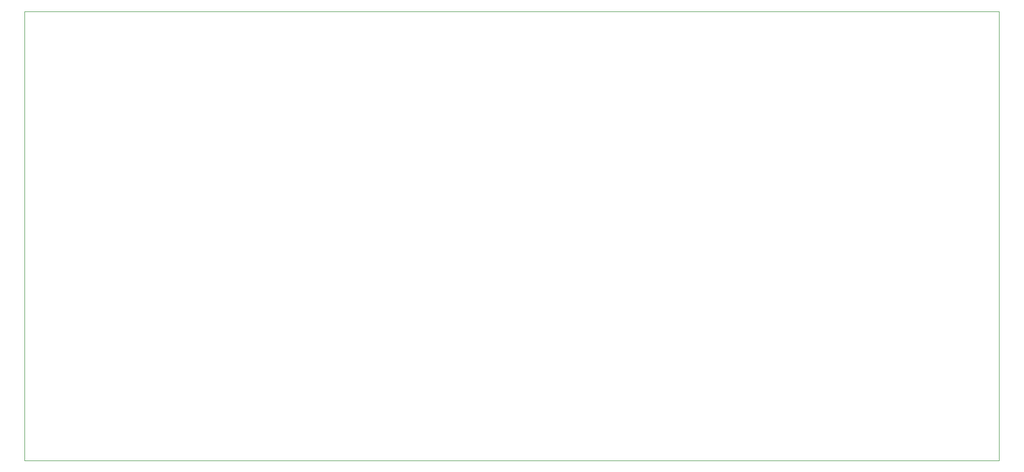
<source format=gbr>
%TF.GenerationSoftware,KiCad,Pcbnew,(7.0.0)*%
%TF.CreationDate,2023-05-24T11:09:11+02:00*%
%TF.ProjectId,Precision-Lapping-Machine,50726563-6973-4696-9f6e-2d4c61707069,rev?*%
%TF.SameCoordinates,Original*%
%TF.FileFunction,Profile,NP*%
%FSLAX46Y46*%
G04 Gerber Fmt 4.6, Leading zero omitted, Abs format (unit mm)*
G04 Created by KiCad (PCBNEW (7.0.0)) date 2023-05-24 11:09:11*
%MOMM*%
%LPD*%
G01*
G04 APERTURE LIST*
%TA.AperFunction,Profile*%
%ADD10C,0.100000*%
%TD*%
G04 APERTURE END LIST*
D10*
X213360000Y-127000000D02*
X213360000Y-50800000D01*
X63500000Y-50800000D02*
X48260000Y-50800000D01*
X213360000Y-50800000D02*
X63500000Y-50800000D01*
X48260000Y-127000000D02*
X213360000Y-127000000D01*
X48260000Y-50800000D02*
X48260000Y-127000000D01*
M02*

</source>
